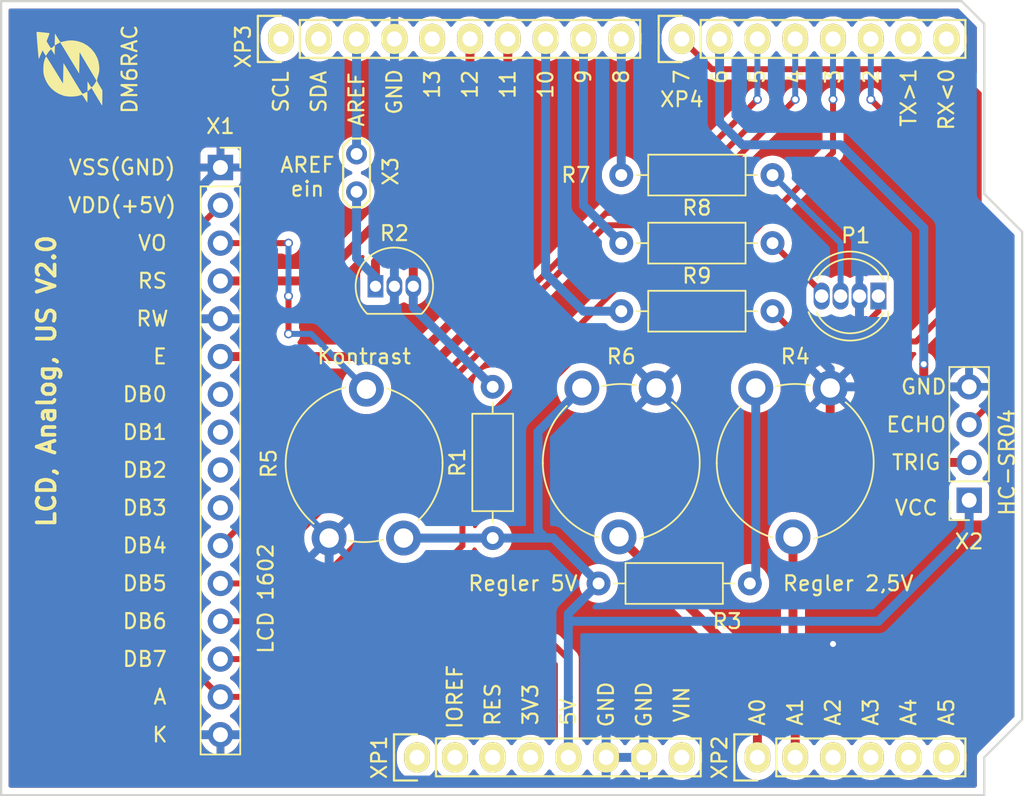
<source format=kicad_pcb>
(kicad_pcb (version 20211014) (generator pcbnew)
  (title_block (date "lun. 30 mars 2015"))
  (layers (0 "F.Cu" signal) (31 "B.Cu" signal) (34 "B.Paste" user) (35 "F.Paste" user) (36 "B.SilkS" user "B.Silkscreen") (37 "F.SilkS" user "F.Silkscreen") (38 "B.Mask" user) (39 "F.Mask" user) (44 "Edge.Cuts" user))
  (net 0 "")
  (net 1 "/IOREF")
  (net 2 "/Reset")
  (net 3 "+5V")
  (net 4 "GND")
  (net 5 "/Vin")
  (net 6 "/A0")
  (net 7 "/A1")
  (net 8 "/A2")
  (net 9 "/A3")
  (net 10 "/AREF")
  (net 12 "/A4")
  (net 13 "/A5")
  (net 14 "/SCL")
  (net 15 "/SDA")
  (net 16 "/D13")
  (net 17 "/D12")
  (net 18 "/D11")
  (net 19 "/D10")
  (net 20 "/D9")
  (net 21 "/D8")
  (net 22 "/D7")
  (net 23 "/D6")
  (net 24 "/D5")
  (net 25 "/D4")
  (net 26 "/D3")
  (net 27 "/D2")
  (net 28 "/D1")
  (net 29 "/D0")
  (net 30 "+3V3")
  (net 31 "Net-(R3-Pad2)")
  (net 36 "Net-(P1-Pad1)")
  (net 37 "Net-(P1-Pad3)")
  (net 38 "Net-(P1-Pad4)")
  (net 39 "Net-(R5-Pad2)")
  (net 40 "Net-(R1-Pad2)")
  (footprint "Socket_Arduino_Uno:Socket_Strip_Arduino_1x08" (layer "F.Cu") (at 138.938 123.825)
    (fp_text reference "XP1" (at -2.54 0 90) (layer "F.SilkS"))
    (fp_text value "Power")
    (fp_line (start 19.05 1.27) (end 19.05 -1.27) (layer "F.SilkS") (width 0.15))
    (fp_line (start 1.27 1.27) (end 19.05 1.27) (layer "F.SilkS") (width 0.15))
    (fp_line (start 19.05 -1.27) (end 1.27 -1.27) (layer "F.SilkS") (width 0.15))
    (fp_line (start 0 -1.55) (end -1.55 -1.55) (layer "F.SilkS") (width 0.15))
    (fp_line (start -1.55 -1.55) (end -1.55 1.55) (layer "F.SilkS") (width 0.15))
    (fp_line (start -1.55 1.55) (end 0 1.55) (layer "F.SilkS") (width 0.15))
    (fp_line (start 1.27 1.27) (end 1.27 -1.27) (layer "F.SilkS") (width 0.15))
    (pad "1" thru_hole oval locked (at 0 0) (size 1.7272 2.032) (drill 1.016) (layers *.Cu *.Mask "F.SilkS"))
    (pad "2" thru_hole oval locked (at 2.54 0) (size 1.7272 2.032) (drill 1.016) (layers *.Cu *.Mask "F.SilkS") (net 1 "/IOREF"))
    (pad "3" thru_hole oval locked (at 5.08 0) (size 1.7272 2.032) (drill 1.016) (layers *.Cu *.Mask "F.SilkS") (net 2 "/Reset"))
    (pad "4" thru_hole oval locked (at 7.62 0) (size 1.7272 2.032) (drill 1.016) (layers *.Cu *.Mask "F.SilkS") (net 30 "+3V3"))
    (pad "5" thru_hole oval locked (at 10.16 0) (size 1.7272 2.032) (drill 1.016) (layers *.Cu *.Mask "F.SilkS") (net 3 "+5V"))
    (pad "6" thru_hole oval locked (at 12.7 0) (size 1.7272 2.032) (drill 1.016) (layers *.Cu *.Mask "F.SilkS") (net 4 "GND"))
    (pad "7" thru_hole oval locked (at 15.24 0) (size 1.7272 2.032) (drill 1.016) (layers *.Cu *.Mask "F.SilkS") (net 4 "GND"))
    (pad "8" thru_hole oval locked (at 17.78 0) (size 1.7272 2.032) (drill 1.016) (layers *.Cu *.Mask "F.SilkS") (net 5 "/Vin"))
  )
  (footprint "Socket_Arduino_Uno:Socket_Strip_Arduino_1x06" (layer "F.Cu") (at 161.798 123.825)
    (fp_text reference "XP2" (at -2.54 0 90) (layer "F.SilkS"))
    (fp_text value "Analog")
    (fp_line (start 1.27 1.27) (end 1.27 -1.27) (layer "F.SilkS") (width 0.15))
    (fp_line (start 0 -1.55) (end -1.55 -1.55) (layer "F.SilkS") (width 0.15))
    (fp_line (start 13.97 -1.27) (end 1.27 -1.27) (layer "F.SilkS") (width 0.15))
    (fp_line (start 1.27 1.27) (end 13.97 1.27) (layer "F.SilkS") (width 0.15))
    (fp_line (start 13.97 1.27) (end 13.97 -1.27) (layer "F.SilkS") (width 0.15))
    (fp_line (start -1.55 -1.55) (end -1.55 1.55) (layer "F.SilkS") (width 0.15))
    (fp_line (start -1.55 1.55) (end 0 1.55) (layer "F.SilkS") (width 0.15))
    (pad "1" thru_hole oval locked (at 0 0) (size 1.7272 2.032) (drill 1.016) (layers *.Cu *.Mask "F.SilkS") (net 6 "/A0"))
    (pad "2" thru_hole oval locked (at 2.54 0) (size 1.7272 2.032) (drill 1.016) (layers *.Cu *.Mask "F.SilkS") (net 7 "/A1"))
    (pad "3" thru_hole oval locked (at 5.08 0) (size 1.7272 2.032) (drill 1.016) (layers *.Cu *.Mask "F.SilkS") (net 8 "/A2"))
    (pad "4" thru_hole oval locked (at 7.62 0) (size 1.7272 2.032) (drill 1.016) (layers *.Cu *.Mask "F.SilkS") (net 9 "/A3"))
    (pad "5" thru_hole oval locked (at 10.16 0) (size 1.7272 2.032) (drill 1.016) (layers *.Cu *.Mask "F.SilkS") (net 12 "/A4"))
    (pad "6" thru_hole oval locked (at 12.7 0) (size 1.7272 2.032) (drill 1.016) (layers *.Cu *.Mask "F.SilkS") (net 13 "/A5"))
  )
  (footprint "Socket_Arduino_Uno:Socket_Strip_Arduino_1x10" (layer "F.Cu") (at 129.794 75.565)
    (fp_text reference "XP3" (at -2.54 0.508 90) (layer "F.SilkS"))
    (fp_text value "Digital")
    (fp_line (start -1.55 -1.55) (end -1.55 1.55) (layer "F.SilkS") (width 0.15))
    (fp_line (start 1.27 1.27) (end 24.13 1.27) (layer "F.SilkS") (width 0.15))
    (fp_line (start 24.13 1.27) (end 24.13 -1.27) (layer "F.SilkS") (width 0.15))
    (fp_line (start 24.13 -1.27) (end 1.27 -1.27) (layer "F.SilkS") (width 0.15))
    (fp_line (start 0 -1.55) (end -1.55 -1.55) (layer "F.SilkS") (width 0.15))
    (fp_line (start -1.55 1.55) (end 0 1.55) (layer "F.SilkS") (width 0.15))
    (fp_line (start 1.27 1.27) (end 1.27 -1.27) (layer "F.SilkS") (width 0.15))
    (pad "1" thru_hole oval locked (at 0 0) (size 1.7272 2.032) (drill 1.016) (layers *.Cu *.Mask "F.SilkS") (net 14 "/SCL"))
    (pad "2" thru_hole oval locked (at 2.54 0) (size 1.7272 2.032) (drill 1.016) (layers *.Cu *.Mask "F.SilkS") (net 15 "/SDA"))
    (pad "3" thru_hole oval locked (at 5.08 0) (size 1.7272 2.032) (drill 1.016) (layers *.Cu *.Mask "F.SilkS") (net 10 "/AREF"))
    (pad "4" thru_hole oval locked (at 7.62 0) (size 1.7272 2.032) (drill 1.016) (layers *.Cu *.Mask "F.SilkS") (net 4 "GND"))
    (pad "5" thru_hole oval locked (at 10.16 0) (size 1.7272 2.032) (drill 1.016) (layers *.Cu *.Mask "F.SilkS") (net 16 "/D13"))
    (pad "6" thru_hole oval locked (at 12.7 0) (size 1.7272 2.032) (drill 1.016) (layers *.Cu *.Mask "F.SilkS") (net 17 "/D12"))
    (pad "7" thru_hole oval locked (at 15.24 0) (size 1.7272 2.032) (drill 1.016) (layers *.Cu *.Mask "F.SilkS") (net 18 "/D11"))
    (pad "8" thru_hole oval locked (at 17.78 0) (size 1.7272 2.032) (drill 1.016) (layers *.Cu *.Mask "F.SilkS") (net 19 "/D10"))
    (pad "9" thru_hole oval locked (at 20.32 0) (size 1.7272 2.032) (drill 1.016) (layers *.Cu *.Mask "F.SilkS") (net 20 "/D9"))
    (pad "10" thru_hole oval locked (at 22.86 0) (size 1.7272 2.032) (drill 1.016) (layers *.Cu *.Mask "F.SilkS") (net 21 "/D8"))
  )
  (footprint "Socket_Arduino_Uno:Socket_Strip_Arduino_1x08" (layer "F.Cu") (at 156.718 75.565)
    (fp_text reference "XP4" (at 0 4.064 180) (layer "F.SilkS"))
    (fp_text value "Digital" hide)
    (fp_line (start 19.05 -1.27) (end 1.27 -1.27) (layer "F.SilkS") (width 0.15))
    (fp_line (start -1.55 1.55) (end 0 1.55) (layer "F.SilkS") (width 0.15))
    (fp_line (start 1.27 1.27) (end 19.05 1.27) (layer "F.SilkS") (width 0.15))
    (fp_line (start 1.27 1.27) (end 1.27 -1.27) (layer "F.SilkS") (width 0.15))
    (fp_line (start 0 -1.55) (end -1.55 -1.55) (layer "F.SilkS") (width 0.15))
    (fp_line (start 19.05 1.27) (end 19.05 -1.27) (layer "F.SilkS") (width 0.15))
    (fp_line (start -1.55 -1.55) (end -1.55 1.55) (layer "F.SilkS") (width 0.15))
    (pad "1" thru_hole oval locked (at 0 0) (size 1.7272 2.032) (drill 1.016) (layers *.Cu *.Mask "F.SilkS") (net 22 "/D7"))
    (pad "2" thru_hole oval locked (at 2.54 0) (size 1.7272 2.032) (drill 1.016) (layers *.Cu *.Mask "F.SilkS") (net 23 "/D6"))
    (pad "3" thru_hole oval locked (at 5.08 0) (size 1.7272 2.032) (drill 1.016) (layers *.Cu *.Mask "F.SilkS") (net 24 "/D5"))
    (pad "4" thru_hole oval locked (at 7.62 0) (size 1.7272 2.032) (drill 1.016) (layers *.Cu *.Mask "F.SilkS") (net 25 "/D4"))
    (pad "5" thru_hole oval locked (at 10.16 0) (size 1.7272 2.032) (drill 1.016) (layers *.Cu *.Mask "F.SilkS") (net 26 "/D3"))
    (pad "6" thru_hole oval locked (at 12.7 0) (size 1.7272 2.032) (drill 1.016) (layers *.Cu *.Mask "F.SilkS") (net 27 "/D2"))
    (pad "7" thru_hole oval locked (at 15.24 0) (size 1.7272 2.032) (drill 1.016) (layers *.Cu *.Mask "F.SilkS") (net 28 "/D1"))
    (pad "8" thru_hole oval locked (at 17.78 0) (size 1.7272 2.032) (drill 1.016) (layers *.Cu *.Mask "F.SilkS") (net 29 "/D0"))
  )
  (footprint "Potentiometer_THT:Potentiometer_Piher_PT-10-V10_Vertical" (layer "F.Cu") (at 138.032 109.093 90)
    (fp_text reference "R5" (at 5 -9.05 90) (layer "F.SilkS"))
    (fp_text value "10k")
    (fp_arc (start 10.039726 -1.109201) (mid 8.134716 1.586326) (end 5 2.62) (layer "F.SilkS") (width 0.12))
    (fp_arc (start 0.963379 -6.038474) (mid 6.186565 -7.784991) (end 10.114 -3.924) (layer "F.SilkS") (width 0.12))
    (fp_arc (start -0.11439 -1.375119) (mid -0.269093 -2.512295) (end -0.174 -3.656) (layer "F.SilkS") (width 0.12))
    (fp_arc (start 5.09203 2.619358) (mid 2.983245 2.219015) (end 1.209 1.011) (layer "F.SilkS") (width 0.12))
    (pad "1" thru_hole circle (at 0 0 90) (size 2.34 2.34) (drill 1.3) (layers *.Cu *.Mask) (net 3 "+5V"))
    (pad "2" thru_hole circle (at 10 -2.5 90) (size 2.34 2.34) (drill 1.3) (layers *.Cu *.Mask) (net 39 "Net-(R5-Pad2)"))
    (pad "3" thru_hole circle (at 0 -5 90) (size 2.34 2.34) (drill 1.3) (layers *.Cu *.Mask) (net 4 "GND"))
  )
  (footprint "Resistor_THT:R_Axial_DIN0207_L6.3mm_D2.5mm_P10.16mm_Horizontal" (layer "F.Cu") (at 152.654 84.709)
    (fp_text reference "R7" (at -3.048 0) (layer "F.SilkS"))
    (fp_text value "560")
    (fp_line (start 1.81 -1.37) (end 1.81 1.37) (layer "F.SilkS") (width 0.12))
    (fp_line (start 1.81 1.37) (end 8.35 1.37) (layer "F.SilkS") (width 0.12))
    (fp_line (start 9.12 0) (end 8.35 0) (layer "F.SilkS") (width 0.12))
    (fp_line (start 1.04 0) (end 1.81 0) (layer "F.SilkS") (width 0.12))
    (fp_line (start 8.35 -1.37) (end 1.81 -1.37) (layer "F.SilkS") (width 0.12))
    (fp_line (start 8.35 1.37) (end 8.35 -1.37) (layer "F.SilkS") (width 0.12))
    (pad "1" thru_hole circle (at 0 0) (size 1.6 1.6) (drill 0.8) (layers *.Cu *.Mask) (net 21 "/D8"))
    (pad "2" thru_hole oval (at 10.16 0) (size 1.6 1.6) (drill 0.8) (layers *.Cu *.Mask) (net 37 "Net-(P1-Pad3)"))
  )
  (footprint "Potentiometer_THT:Potentiometer_Piher_PT-10-V10_Vertical" (layer "F.Cu") (at 161.688 99.013 -90)
    (fp_text reference "R4" (at -2.112 -2.65 180) (layer "F.SilkS"))
    (fp_text value "100k")
    (fp_arc (start 0.963379 -6.038474) (mid 6.186565 -7.784991) (end 10.114 -3.924) (layer "F.SilkS") (width 0.12))
    (fp_arc (start -0.11439 -1.375119) (mid -0.269093 -2.512295) (end -0.174 -3.656) (layer "F.SilkS") (width 0.12))
    (fp_arc (start 10.039726 -1.109201) (mid 8.134716 1.586326) (end 5 2.62) (layer "F.SilkS") (width 0.12))
    (fp_arc (start 5.09203 2.619358) (mid 2.983245 2.219015) (end 1.209 1.011) (layer "F.SilkS") (width 0.12))
    (pad "1" thru_hole circle (at 0 0 270) (size 2.34 2.34) (drill 1.3) (layers *.Cu *.Mask) (net 31 "Net-(R3-Pad2)"))
    (pad "2" thru_hole circle (at 10 -2.5 270) (size 2.34 2.34) (drill 1.3) (layers *.Cu *.Mask) (net 7 "/A1"))
    (pad "3" thru_hole circle (at 0 -5 270) (size 2.34 2.34) (drill 1.3) (layers *.Cu *.Mask) (net 4 "GND"))
  )
  (footprint "TestPoint:TestPoint_2Pads_Pitch2.54mm_Drill0.8mm" (layer "F.Cu") (at 134.874 85.832 90)
    (fp_text reference "X3" (at 1.377 2.286 90) (layer "F.SilkS"))
    (fp_text value "Jumper_2_Open")
    (fp_line (start 3.07 -0.9) (end 3.57 -0.4) (layer "F.SilkS") (width 0.15))
    (fp_line (start -0.53 -0.9) (end 3.07 -0.9) (layer "F.SilkS") (width 0.15))
    (fp_line (start 3.07 0.9) (end -0.53 0.9) (layer "F.SilkS") (width 0.15))
    (fp_line (start 3.57 -0.4) (end 3.57 0.4) (layer "F.SilkS") (width 0.15))
    (fp_line (start -1.03 0.4) (end -1.03 -0.4) (layer "F.SilkS") (width 0.15))
    (fp_line (start -1.03 -0.4) (end -0.53 -0.9) (layer "F.SilkS") (width 0.15))
    (fp_line (start -0.53 0.9) (end -1.03 0.4) (layer "F.SilkS") (width 0.15))
    (fp_line (start 3.57 0.4) (end 3.07 0.9) (layer "F.SilkS") (width 0.15))
    (pad "1" thru_hole circle (at 0 0 90) (size 1.4 1.4) (drill 0.8) (layers *.Cu *.Mask) (net 40 "Net-(R1-Pad2)"))
    (pad "2" thru_hole circle (at 2.54 0 90) (size 1.4 1.4) (drill 0.8) (layers *.Cu *.Mask) (net 10 "/AREF"))
  )
  (footprint "Connector_PinSocket_2.54mm:PinSocket_1x16_P2.54mm_Vertical" (layer "F.Cu") (at 125.73 84.201)
    (fp_text reference "X1" (at 0 -2.77) (layer "F.SilkS"))
    (fp_text value "LCD 1602")
    (fp_line (start 0 -1.33) (end 1.33 -1.33) (layer "F.SilkS") (width 0.12))
    (fp_line (start -1.33 1.27) (end 1.33 1.27) (layer "F.SilkS") (width 0.12))
    (fp_line (start 1.33 -1.33) (end 1.33 0) (layer "F.SilkS") (width 0.12))
    (fp_line (start -1.33 1.27) (end -1.33 39.43) (layer "F.SilkS") (width 0.12))
    (fp_line (start 1.33 1.27) (end 1.33 39.43) (layer "F.SilkS") (width 0.12))
    (fp_line (start -1.33 39.43) (end 1.33 39.43) (layer "F.SilkS") (width 0.12))
    (pad "1" thru_hole rect (at 0 0) (size 1.7 1.7) (drill 1) (layers *.Cu *.Mask) (net 4 "GND"))
    (pad "2" thru_hole oval (at 0 2.54) (size 1.7 1.7) (drill 1) (layers *.Cu *.Mask) (net 3 "+5V"))
    (pad "3" thru_hole oval (at 0 5.08) (size 1.7 1.7) (drill 1) (layers *.Cu *.Mask) (net 39 "Net-(R5-Pad2)"))
    (pad "4" thru_hole oval (at 0 7.62) (size 1.7 1.7) (drill 1) (layers *.Cu *.Mask) (net 17 "/D12"))
    (pad "5" thru_hole oval (at 0 10.16) (size 1.7 1.7) (drill 1) (layers *.Cu *.Mask) (net 4 "GND"))
    (pad "6" thru_hole oval (at 0 12.7) (size 1.7 1.7) (drill 1) (layers *.Cu *.Mask) (net 18 "/D11"))
    (pad "7" thru_hole oval (at 0 15.24) (size 1.7 1.7) (drill 1) (layers *.Cu *.Mask))
    (pad "8" thru_hole oval (at 0 17.78) (size 1.7 1.7) (drill 1) (layers *.Cu *.Mask))
    (pad "9" thru_hole oval (at 0 20.32) (size 1.7 1.7) (drill 1) (layers *.Cu *.Mask))
    (pad "10" thru_hole oval (at 0 22.86) (size 1.7 1.7) (drill 1) (layers *.Cu *.Mask))
    (pad "11" thru_hole oval (at 0 25.4) (size 1.7 1.7) (drill 1) (layers *.Cu *.Mask) (net 24 "/D5"))
    (pad "12" thru_hole oval (at 0 27.94) (size 1.7 1.7) (drill 1) (layers *.Cu *.Mask) (net 25 "/D4"))
    (pad "13" thru_hole oval (at 0 30.48) (size 1.7 1.7) (drill 1) (layers *.Cu *.Mask) (net 26 "/D3"))
    (pad "14" thru_hole oval (at 0 33.02) (size 1.7 1.7) (drill 1) (layers *.Cu *.Mask) (net 27 "/D2"))
    (pad "15" thru_hole oval (at 0 35.56) (size 1.7 1.7) (drill 1) (layers *.Cu *.Mask) (net 3 "+5V"))
    (pad "16" thru_hole oval (at 0 38.1) (size 1.7 1.7) (drill 1) (layers *.Cu *.Mask) (net 4 "GND"))
  )
  (footprint "Connector_PinSocket_2.54mm:PinSocket_1x04_P2.54mm_Vertical" (layer "F.Cu") (at 176.022 106.553 180)
    (fp_text reference "X2" (at 0 -2.77 180) (layer "F.SilkS"))
    (fp_text value "HC-RS04")
    (fp_line (start -1.33 1.27) (end 1.33 1.27) (layer "F.SilkS") (width 0.12))
    (fp_line (start 1.33 -1.33) (end 1.33 0) (layer "F.SilkS") (width 0.12))
    (fp_line (start -1.33 8.95) (end 1.33 8.95) (layer "F.SilkS") (width 0.12))
    (fp_line (start 1.33 1.27) (end 1.33 8.95) (layer "F.SilkS") (width 0.12))
    (fp_line (start -1.33 1.27) (end -1.33 8.95) (layer "F.SilkS") (width 0.12))
    (fp_line (start 0 -1.33) (end 1.33 -1.33) (layer "F.SilkS") (width 0.12))
    (pad "1" thru_hole rect (at 0 0 180) (size 1.7 1.7) (drill 1) (layers *.Cu *.Mask) (net 3 "+5V"))
    (pad "2" thru_hole oval (at 0 2.54 180) (size 1.7 1.7) (drill 1) (layers *.Cu *.Mask) (net 23 "/D6"))
    (pad "3" thru_hole oval (at 0 5.08 180) (size 1.7 1.7) (drill 1) (layers *.Cu *.Mask) (net 22 "/D7"))
    (pad "4" thru_hole oval (at 0 7.62 180) (size 1.7 1.7) (drill 1) (layers *.Cu *.Mask) (net 4 "GND"))
  )
  (footprint "Resistor_THT:R_Axial_DIN0207_L6.3mm_D2.5mm_P10.16mm_Horizontal" (layer "F.Cu") (at 144.018 109.093 90)
    (fp_text reference "R1" (at 5.08 -2.37 90) (layer "F.SilkS"))
    (fp_text value "330")
    (fp_line (start 9.12 0) (end 8.35 0) (layer "F.SilkS") (width 0.12))
    (fp_line (start 1.04 0) (end 1.81 0) (layer "F.SilkS") (width 0.12))
    (fp_line (start 8.35 -1.37) (end 1.81 -1.37) (layer "F.SilkS") (width 0.12))
    (fp_line (start 1.81 1.37) (end 8.35 1.37) (layer "F.SilkS") (width 0.12))
    (fp_line (start 1.81 -1.37) (end 1.81 1.37) (layer "F.SilkS") (width 0.12))
    (fp_line (start 8.35 1.37) (end 8.35 -1.37) (layer "F.SilkS") (width 0.12))
    (pad "1" thru_hole circle (at 0 0 90) (size 1.6 1.6) (drill 0.8) (layers *.Cu *.Mask) (net 3 "+5V"))
    (pad "2" thru_hole oval (at 10.16 0 90) (size 1.6 1.6) (drill 0.8) (layers *.Cu *.Mask) (net 40 "Net-(R1-Pad2)"))
  )
  (footprint "logo:Signet_EP" (layer "F.Cu") (at 115.57 77.597 90)
    (fp_text reference "G***" hide)
    (fp_text value "LOGO" hide)
    (fp_poly (pts (xy 2.504662 -2.190577) (xy 2.506289 -2.159316) (xy 2.50215 -2.083485) (xy 2.493497 -1.975222) (xy 2.481583 -1.846666) (xy 2.467662 -1.709956) (xy 2.452985 -1.577232) (xy 2.438806 -1.460632) (xy 2.426378 -1.372296) (xy 2.416954 -1.324363) (xy 2.414757 -1.319519) (xy 2.384316 -1.323942) (xy 2.313645 -1.346945) (xy 2.214922 -1.384334) (xy 2.150596 -1.410544) (xy 2.040385 -1.455726) (xy 1.950633 -1.490997) (xy 1.893907 -1.511495) (xy 1.881279 -1.514709) (xy 1.849528 -1.500312) (xy 1.783545 -1.463174) (xy 1.69701 -1.411692) (xy 1.603604 -1.354264) (xy 1.517007 -1.299288) (xy 1.450901 -1.25516) (xy 1.420368 -1.231798) (xy 1.422995 -1.196907) (xy 1.462082 -1.134762) (xy 1.499957 -1.089524) (xy 1.605261 -0.972966) (xy 2.002064 -0.965055) (xy 2.398867 -0.957143) (xy 2.135148 -0.793359) (xy 2.023988 -0.724196) (xy 1.92901 -0.664866) (xy 1.861898 -0.622681) (xy 1.836529 -0.606462) (xy 1.82099 -0.579868) (xy 1.82444 -0.525388) (xy 1.848018 -0.43199) (xy 1.857937 -0.398818) (xy 1.922923 -0.089608) (xy 1.93305 0.226242) (xy 1.888923 0.541616) (xy 1.791145 0.849397) (xy 1.742845 0.957142) (xy 1.575089 1.24161) (xy 1.367209 1.485441) (xy 1.11842 1.689447) (xy 0.914286 1.811726) (xy 0.708488 1.906568) (xy 0.508132 1.969193) (xy 0.289971 2.005811) (xy 0.142857 2.017766) (xy -0.000645 2.023224) (xy -0.115681 2.01875) (xy -0.227711 2.001571) (xy -0.362195 1.968915) (xy -0.4 1.958642) (xy -0.523112 1.924833) (xy -0.630488 1.895425) (xy -0.706746 1.874626) (xy -0.730086 1.868319) (xy -0.782498 1.874887) (xy -0.873942 1.913376) (xy -1.006861 1.984918) (xy -1.101515 2.040559) (xy -1.414286 2.228484) (xy -1.940476 2.228528) (xy -2.105108 2.227536) (xy -2.246552 2.224752) (xy -2.356335 2.220504) (xy -2.425984 2.215121) (xy -2.447026 2.208931) (xy -2.446982 2.208886) (xy -2.417787 2.189346) (xy -2.346419 2.145083) (xy -2.239939 2.080372) (xy -2.105413 1.999488) (xy -1.949903 1.906708) (xy -1.841597 1.84245) (xy -1.255896 1.495698) (xy -1.316746 1.440706) (xy -1.378496 1.376124) (xy -1.433601 1.307142) (xy -1.489606 1.228571) (xy -1.151946 1.228842) (xy -0.814286 1.229114) (xy -1 1.345946) (xy -1.092254 1.404942) (xy -1.166098 1.453934) (xy -1.207599 1.483642) (xy -1.210374 1.486048) (xy -1.207189 1.517848) (xy -1.164502 1.570148) (xy -1.091963 1.634308) (xy -0.999222 1.701687) (xy -0.907069 1.757605) (xy -0.77128 1.832218) (xy 1.12783 0.7) (xy -0.3 0.671428) (xy 0.750873 0.03263) (xy 1.801746 -0.606169) (xy 1.604738 -0.957143) (xy 1.281306 -0.965285) (xy 0.957873 -0.973427) (xy 1.150789 -1.094984) (xy 1.343704 -1.216541) (xy 1.250423 -1.305454) (xy 1.169493 -1.374015) (xy 1.069247 -1.44777) (xy 1.019835 -1.480361) (xy 0.882528 -1.566355) (xy 1.06992 -1.678582) (xy 1.257311 -1.790809) (xy 0.970386 -1.913325) (xy 0.855836 -1.963556) (xy 0.765078 -2.005884) (xy 0.708291 -2.035391) (xy 0.694323 -2.046705) (xy 0.725011 -2.052262) (xy 0.804202 -2.061181) (xy 0.923556 -2.072798) (xy 1.074734 -2.086451) (xy 1.249396 -2.101477) (xy 1.439202 -2.117213) (xy 1.635812 -2.132996) (xy 1.830887 -2.148164) (xy 2.016086 -2.162053) (xy 2.183069 -2.174002) (xy 2.323497 -2.183346) (xy 2.42903 -2.189425) (xy 2.491328 -2.191573)) (layer "F.SilkS") (width 0) (fill solid))
    (fp_poly (pts (xy 0.114286 -1.735415) (xy 0.282657 -1.725128) (xy 0.413286 -1.7092) (xy 0.525525 -1.684288) (xy 0.638729 -1.647045) (xy 0.65 -1.642833) (xy 0.747828 -1.603808) (xy 0.820667 -1.570603) (xy 0.855557 -1.549242) (xy 0.856853 -1.54669) (xy 0.833265 -1.528197) (xy 0.766207 -1.483403) (xy 0.661034 -1.415694) (xy 0.523104 -1.328457) (xy 0.357772 -1.225076) (xy 0.170395 -1.108937) (xy -0.03367 -0.983427) (xy -0.053256 -0.971429) (xy -0.963075 -0.414286) (xy -0.274395 -0.4) (xy 0.414286 -0.385715) (xy 0.271726 -0.294339) (xy 0.214186 -0.258404) (xy 0.114316 -0.197084) (xy -0.02123 -0.114418) (xy -0.185802 -0.01445) (xy -0.372745 0.09878) (xy -0.575407 0.221228) (xy -0.762854 0.334233) (xy -0.966704 0.457741) (xy -1.154239 0.572801) (xy -1.319996 0.67595) (xy -1.458515 0.763727) (xy -1.564331 0.83267) (xy -1.631983 0.879318) (xy -1.656008 0.90021) (xy -1.656009 0.900227) (xy -1.644092 0.940074) (xy -1.612323 1.010967) (xy -1.585714 1.063204) (xy -1.545673 1.14112) (xy -1.519755 1.196736) (xy -1.514286 1.212976) (xy -1.541105 1.218696) (xy -1.614555 1.223405) (xy -1.72413 1.226684) (xy -1.859322 1.228111) (xy -1.892857 1.228133) (xy -2.056436 1.226371) (xy -2.165574 1.221374) (xy -2.222896 1.212913) (xy -2.231027 1.200761) (xy -2.228572 1.198874) (xy -2.186447 1.171989) (xy -2.108654 1.123551) (xy -2.008336 1.061717) (xy -1.948116 1.024827) (xy -1.823953 0.94432) (xy -1.75025 0.885138) (xy -1.725117 0.845696) (xy -1.726143 0.838882) (xy -1.794304 0.604733) (xy -1.833747 0.343643) (xy -1.843712 0.07451) (xy -1.823437 -0.183771) (xy -1.776055 -0.4) (xy -1.655954 -0.698344) (xy -1.491209 -0.970006) (xy -1.287332 -1.208376) (xy -1.049836 -1.406845) (xy -0.826095 -1.539015) (xy -0.618882 -1.632352) (xy -0.434869 -1.693891) (xy -0.253034 -1.728023) (xy -0.052353 -1.739139)) (layer "F.SilkS") (width 0) (fill solid))
  )
  (footprint "Package_TO_SOT_THT:TO-92_Inline" (layer "F.Cu") (at 136.144 92.181)
    (fp_text reference "R2" (at 1.27 -3.56) (layer "F.SilkS"))
    (fp_text value "TL431LP")
    (fp_line (start -0.53 1.85) (end 3.07 1.85) (layer "F.SilkS") (width 0.12))
    (fp_arc (start 1.27 -2.6) (mid 3.672087 -0.994977) (end 3.108478 1.838478) (layer "F.SilkS") (width 0.12))
    (fp_arc (start -0.568478 1.838478) (mid -1.132087 -0.994977) (end 1.27 -2.6) (layer "F.SilkS") (width 0.12))
    (pad "1" thru_hole rect (at 0 0) (size 1.05 1.5) (drill 0.75) (layers *.Cu *.Mask) (net 40 "Net-(R1-Pad2)"))
    (pad "2" thru_hole oval (at 1.27 0) (size 1.05 1.5) (drill 0.75) (layers *.Cu *.Mask) (net 4 "GND"))
    (pad "3" thru_hole oval (at 2.54 0) (size 1.05 1.5) (drill 0.75) (layers *.Cu *.Mask) (net 40 "Net-(R1-Pad2)"))
  )
  (footprint "Resistor_THT:R_Axial_DIN0207_L6.3mm_D2.5mm_P10.16mm_Horizontal" (layer "F.Cu") (at 152.654 89.281)
    (fp_text reference "R8" (at 5.08 -2.37) (layer "F.SilkS"))
    (fp_text value "560")
    (fp_line (start 1.81 1.37) (end 8.35 1.37) (layer "F.SilkS") (width 0.12))
    (fp_line (start 9.12 0) (end 8.35 0) (layer "F.SilkS") (width 0.12))
    (fp_line (start 8.35 1.37) (end 8.35 -1.37) (layer "F.SilkS") (width 0.12))
    (fp_line (start 1.04 0) (end 1.81 0) (layer "F.SilkS") (width 0.12))
    (fp_line (start 1.81 -1.37) (end 1.81 1.37) (layer "F.SilkS") (width 0.12))
    (fp_line (start 8.35 -1.37) (end 1.81 -1.37) (layer "F.SilkS") (width 0.12))
    (pad "1" thru_hole circle (at 0 0) (size 1.6 1.6) (drill 0.8) (layers *.Cu *.Mask) (net 20 "/D9"))
    (pad "2" thru_hole oval (at 10.16 0) (size 1.6 1.6) (drill 0.8) (layers *.Cu *.Mask) (net 38 "Net-(P1-Pad4)"))
  )
  (footprint "Resistor_THT:R_Axial_DIN0207_L6.3mm_D2.5mm_P10.16mm_Horizontal" (layer "F.Cu") (at 152.654 93.853)
    (fp_text reference "R9" (at 5.08 -2.37) (layer "F.SilkS"))
    (fp_text value "560")
    (fp_line (start 1.81 -1.37) (end 1.81 1.37) (layer "F.SilkS") (width 0.12))
    (fp_line (start 1.04 0) (end 1.81 0) (layer "F.SilkS") (width 0.12))
    (fp_line (start 1.81 1.37) (end 8.35 1.37) (layer "F.SilkS") (width 0.12))
    (fp_line (start 8.35 1.37) (end 8.35 -1.37) (layer "F.SilkS") (width 0.12))
    (fp_line (start 9.12 0) (end 8.35 0) (layer "F.SilkS") (width 0.12))
    (fp_line (start 8.35 -1.37) (end 1.81 -1.37) (layer "F.SilkS") (width 0.12))
    (pad "1" thru_hole circle (at 0 0) (size 1.6 1.6) (drill 0.8) (layers *.Cu *.Mask) (net 19 "/D10"))
    (pad "2" thru_hole oval (at 10.16 0) (size 1.6 1.6) (drill 0.8) (layers *.Cu *.Mask) (net 36 "Net-(P1-Pad1)"))
  )
  (footprint "Resistor_THT:R_Axial_DIN0207_L6.3mm_D2.5mm_P10.16mm_Horizontal" (layer "F.Cu") (at 151.13 112.141)
    (fp_text reference "R3" (at 8.636 2.54) (layer "F.SilkS"))
    (fp_text value "100k")
    (fp_line (start 9.12 0) (end 8.35 0) (layer "F.SilkS") (width 0.12))
    (fp_line (start 1.04 0) (end 1.81 0) (layer "F.SilkS") (width 0.12))
    (fp_line (start 1.81 1.37) (end 8.35 1.37) (layer "F.SilkS") (width 0.12))
    (fp_line (start 1.81 -1.37) (end 1.81 1.37) (layer "F.SilkS") (width 0.12))
    (fp_line (start 8.35 -1.37) (end 1.81 -1.37) (layer "F.SilkS") (width 0.12))
    (fp_line (start 8.35 1.37) (end 8.35 -1.37) (layer "F.SilkS") (width 0.12))
    (pad "1" thru_hole circle (at 0 0) (size 1.6 1.6) (drill 0.8) (layers *.Cu *.Mask) (net 3 "+5V"))
    (pad "2" thru_hole oval (at 10.16 0) (size 1.6 1.6) (drill 0.8) (layers *.Cu *.Mask) (net 31 "Net-(R3-Pad2)"))
  )
  (footprint "LED_THT:LED_D5.0mm-4_RGB" (layer "F.Cu") (at 169.926 92.837 180)
    (fp_text reference "P1" (at 1.524 4.064) (layer "F.SilkS"))
    (fp_text value "LED_BKRG")
    (fp_line (start -0.655 1.08) (end -0.655 1.545) (layer "F.SilkS") (width 0.12))
    (fp_line (start -0.655 -1.545) (end -0.655 -1.08) (layer "F.SilkS") (width 0.12))
    (fp_arc (start -0.655 -1.54483) (mid 2.163456 -2.978809) (end 4.692815 -1.080827) (layer "F.SilkS") (width 0.12))
    (fp_arc (start -0.349684 -1.08) (mid 1.904762 -2.5) (end 4.159479 -1.080429) (layer "F.SilkS") (width 0.12))
    (fp_arc (start 4.692815 1.080827) (mid 2.163456 2.978808) (end -0.655 1.54483) (layer "F.SilkS") (width 0.12))
    (fp_arc (start 4.159479 1.080429) (mid 1.904762 2.5) (end -0.349684 1.08) (layer "F.SilkS") (width 0.12))
    (pad "1" thru_hole rect (at 0 0 180) (size 1.07 1.8) (drill 0.9) (layers *.Cu *.Mask) (net 36 "Net-(P1-Pad1)"))
    (pad "2" thru_hole oval (at 1.27 0 180) (size 1.07 1.8) (drill 0.9) (layers *.Cu *.Mask) (net 4 "GND"))
    (pad "3" thru_hole oval (at 2.54 0 180) (size 1.07 1.8) (drill 0.9) (layers *.Cu *.Mask) (net 37 "Net-(P1-Pad3)"))
    (pad "4" thru_hole oval (at 3.81 0 180) (size 1.07 1.8) (drill 0.9) (layers *.Cu *.Mask) (net 38 "Net-(P1-Pad4)"))
  )
  (footprint "Potentiometer_THT:Potentiometer_Piher_PT-10-V10_Vertical" (layer "F.Cu") (at 150.004 99.013 -90)
    (fp_text reference "R6" (at -2.112 -2.65 180) (layer "F.SilkS"))
    (fp_text value "100k")
    (fp_arc (start 10.039726 -1.109201) (mid 8.134716 1.586326) (end 5 2.62) (layer "F.SilkS") (width 0.12))
    (fp_arc (start 0.963379 -6.038474) (mid 6.186565 -7.784991) (end 10.114 -3.924) (layer "F.SilkS") (width 0.12))
    (fp_arc (start 5.09203 2.619358) (mid 2.983245 2.219015) (end 1.209 1.011) (layer "F.SilkS") (width 0.12))
    (fp_arc (start -0.11439 -1.375119) (mid -0.269093 -2.512295) (end -0.174 -3.656) (layer "F.SilkS") (width 0.12))
    (pad "1" thru_hole circle (at 0 0 270) (size 2.34 2.34) (drill 1.3) (layers *.Cu *.Mask) (net 3 "+5V"))
    (pad "2" thru_hole circle (at 10 -2.5 270) (size 2.34 2.34) (drill 1.3) (layers *.Cu *.Mask) (net 6 "/A0"))
    (pad "3" thru_hole circle (at 0 -5 270) (size 2.34 2.34) (drill 1.3) (layers *.Cu *.Mask) (net 4 "GND"))
  )
  (gr_line (start 179.578 88.519) (end 177.038 85.979) (layer "Edge.Cuts") (width 0.15))
  (gr_line (start 177.038 126.365) (end 177.038 123.825) (layer "Edge.Cuts") (width 0.15))
  (gr_line (start 177.038 74.549) (end 175.514 73.025) (layer "Edge.Cuts") (width 0.15))
  (gr_line (start 177.038 123.825) (end 179.578 121.285) (layer "Edge.Cuts") (width 0.15))
  (gr_line (start 110.998 73.025) (end 110.998 126.365) (layer "Edge.Cuts") (width 0.15))
  (gr_line (start 179.578 121.285) (end 179.578 88.519) (layer "Edge.Cuts") (width 0.15))
  (gr_line (start 110.998 126.365) (end 177.038 126.365) (layer "Edge.Cuts") (width 0.15))
  (gr_line (start 175.514 73.025) (end 110.998 73.025) (layer "Edge.Cuts") (width 0.15))
  (gr_line (start 177.038 85.979) (end 177.038 74.549) (layer "Edge.Cuts") (width 0.15))
  (gr_text "LCD, Analog, US V2.0" (at 114.046 98.552 90) (layer "F.SilkS") (effects (font (size 1.2 1.2) (thickness 0.25))))
  (gr_text "LCD 1602" (at 128.778 113.157 90) (layer "F.SilkS") (effects (font (size 1 1))))
  (gr_text "RES" (at 144.018 120.269 90) (layer "F.SilkS") (effects (font (size 1 1))))
  (gr_text "Regler 5V" (at 146.05 112.141) (layer "F.SilkS") (effects (font (size 1 1))))
  (gr_text "A5" (at 174.498 120.777 90) (layer "F.SilkS") (effects (font (size 1 1))))
  (gr_text "A3" (at 169.418 120.777 90) (layer "F.SilkS") (effects (font (size 1 1))))
  (gr_text "DM6RAC" (at 119.634 77.597 90) (layer "F.SilkS") (effects (font (size 1 1))))
  (gr_text "K" (at 121.666 122.301) (layer "F.SilkS") (effects (font (size 1 1))))
  (gr_text "RX<0" (at 174.498 79.629 90) (layer "F.SilkS") (effects (font (size 1 1))))
  (gr_text "5V" (at 149.098 120.777 90) (layer "F.SilkS") (effects (font (size 1 1))))
  (gr_text "10" (at 147.574 78.613 90) (layer "F.SilkS") (effects (font (size 1 1))))
  (gr_text "A0" (at 161.798 120.777 90) (layer "F.SilkS") (effects (font (size 1 1))))
  (gr_text "GND" (at 151.638 120.269 90) (layer "F.SilkS") (effects (font (size 1 1))))
  (gr_text "AREF" (at 134.874 79.629 90) (layer "F.SilkS") (effects (font (size 1 1))))
  (gr_text "VCC" (at 172.466 107.061) (layer "F.SilkS") (effects (font (size 1 1))))
  (gr_text "A4" (at 171.958 120.777 90) (layer "F.SilkS") (effects (font (size 1 1))))
  (gr_text "6" (at 159.258 78.105 90) (layer "F.SilkS") (effects (font (size 1 1))))
  (gr_text "DB2" (at 120.65 104.521) (layer "F.SilkS") (effects (font (size 1 1))))
  (gr_text "HC-SR04" (at 178.562 104.013 90) (layer "F.SilkS") (effects (font (size 1 1))))
  (gr_text "DB6" (at 120.65 114.681) (layer "F.SilkS") (effects (font (size 1 1))))
  (gr_text "E" (at 121.666 96.901) (layer "F.SilkS") (effects (font (size 1 1))))
  (gr_text "TX>1" (at 171.958 79.502 90) (layer "F.SilkS") (effects (font (size 1 1))))
  (gr_text "SDA" (at 132.334 79.121 90) (layer "F.SilkS") (effects (font (size 1 1))))
  (gr_text "3V3" (at 146.558 120.269 90) (layer "F.SilkS") (effects (font (size 1 1))))
  (gr_text "VIN" (at 156.718 120.269 90) (layer "F.SilkS") (effects (font (size 1 1))))
  (gr_text "VDD(+5V)" (at 119.126 86.741) (layer "F.SilkS") (effects (font (size 1 1))))
  (gr_text "DB5" (at 120.65 112.141) (layer "F.SilkS") (effects (font (size 1 1))))
  (gr_text "A2" (at 166.878 120.777 90) (layer "F.SilkS") (effects (font (size 1 1))))
  (gr_text "DB1" (at 120.65 101.981) (layer "F.SilkS") (effects (font (size 1 1))))
  (gr_text "ECHO" (at 172.466 101.473) (layer "F.SilkS") (effects (font (size 1 1))))
  (gr_text "DB7" (at 120.65 117.221) (layer "F.SilkS") (effects (font (size 1 1))))
  (gr_text "8" (at 152.654 78.105 90) (layer "F.SilkS") (effects (font (size 1 1))))
  (gr_text "9" (at 150.114 78.105 90) (layer "F.SilkS") (effects (font (size 1 1))))
  (gr_text "TRIG" (at 172.466 104.013) (layer "F.SilkS") (effects (font (size 1 1))))
  (gr_text "IOREF" (at 141.478 119.761 90) (layer "F.SilkS") (effects (font (size 1 1))))
  (gr_text "5" (at 161.798 78.105 90) (layer "F.SilkS") (effects (font (size 1 1))))
  (gr_text "RS" (at 121.158 91.821) (layer "F.SilkS") (effects (font (size 1 1))))
  (gr_text "3" (at 166.878 78.105 90) (layer "F.SilkS") (effects (font (size 1 1))))
  (gr_text "DB3" (at 120.65 107.061) (layer "F.SilkS") (effects (font (size 1 1))))
  (gr_text "4" (at 164.338 78.105 90) (layer "F.SilkS") (effects (font (size 1 1))))
  (gr_text "Regler 2,5V" (at 167.894 112.141) (layer "F.SilkS") (effects (font (size 1 1))))
  (gr_text "Kontrast" (at 135.382 96.901) (layer "F.SilkS") (effects (font (size 1 1))))
  (gr_text "11" (at 145.034 78.613 90) (layer "F.SilkS") (effects (font (size 1 1))))
  (gr_text "GND" (at 137.414 79.121 90) (layer "F.SilkS") (effects (font (size 1 1))))
  (gr_text "GND" (at 154.178 120.269 90) (layer "F.SilkS") (effects (font (size 1 1))))
  (gr_text "GND" (at 172.974 98.933) (layer "F.SilkS") (effects (font (size 1 1))))
  (gr_text "VO" (at 121.158 89.281) (layer "F.SilkS") (effects (font (size 1 1))))
  (gr_text "A1" (at 164.338 120.777 90) (layer "F.SilkS") (effects (font (size 1 1))))
  (gr_text "RW" (at 121.158 94.361) (layer "F.SilkS") (effects (font (size 1 1))))
  (gr_text "2" (at 169.418 78.105 90) (layer "F.SilkS") (effects (font (size 1 1))))
  (gr_text "AREF\nein" (at 131.572 84.836) (layer "F.SilkS") (effects (font (size 1 1))))
  (gr_text "A" (at 121.666 119.761) (layer "F.SilkS") (effects (font (size 1 1))))
  (gr_text "13" (at 139.954 78.613 90) (layer "F.SilkS") (effects (font (size 1 1))))
  (gr_text "DB4" (at 120.65 109.601) (layer "F.SilkS") (effects (font (size 1 1))))
  (gr_text "12" (at 142.494 78.613 90) (layer "F.SilkS") (effects (font (size 1 1))))
  (gr_text "SCL" (at 129.794 79.121 90) (layer "F.SilkS") (effects (font (size 1 1))))
  (gr_text "DB0" (at 120.65 99.441) (layer "F.SilkS") (effects (font (size 1 1))))
  (gr_text "7" (at 156.718 78.105 90) (layer "F.SilkS") (effects (font (size 1 1))))
  (gr_text "VSS(GND)" (at 119.126 84.201) (layer "F.SilkS") (effects (font (size 1 1))))
  (segment (start 125.73 119.761) (end 134.874 119.761) (width 0.4) (layer "F.Cu") (net 3))
  (segment (start 125.73 86.741) (end 123.19 89.281) (width 0.4) (layer "F.Cu") (net 3))
  (segment (start 123.19 89.281) (end 123.19 117.221) (width 0.4) (layer "F.Cu") (net 3))
  (segment (start 134.874 119.761) (end 138.43 116.205) (width 0.4) (layer "F.Cu") (net 3))
  (segment (start 149.098 117.221) (end 149.098 123.825) (width 0.4) (layer "F.Cu") (net 3))
  (segment (start 138.43 116.205) (end 148.082 116.205) (width 0.4) (layer "F.Cu") (net 3))
  (segment (start 123.19 117.221) (end 125.73 119.761) (width 0.4) (layer "F.Cu") (net 3))
  (segment (start 148.082 116.205) (end 149.098 117.221) (width 0.4) (layer "F.Cu") (net 3))
  (segment (start 147.574 109.093) (end 148.082 109.093) (width 0.6) (layer "B.Cu") (net 3))
  (segment (start 176.022 106.553) (end 176.022 108.585) (width 0.6) (layer "B.Cu") (net 3))
  (segment (start 169.926 114.681) (end 149.098 114.681) (width 0.6) (layer "B.Cu") (net 3))
  (segment (start 149.098 119.761) (end 149.098 123.825) (width 0.6) (layer "B.Cu") (net 3))
  (segment (start 144.018 109.093) (end 147.574 109.093) (width 0.6) (layer "B.Cu") (net 3))
  (segment (start 150.004 99.013) (end 147.066 101.951) (width 0.6) (layer "B.Cu") (net 3))
  (segment (start 148.082 109.093) (end 151.13 112.141) (width 0.6) (layer "B.Cu") (net 3))
  (segment (start 149.098 114.681) (end 149.098 119.761) (width 0.6) (layer "B.Cu") (net 3))
  (segment (start 147.066 108.585) (end 147.574 109.093) (width 0.6) (layer "B.Cu") (net 3))
  (segment (start 176.022 108.585) (end 169.926 114.681) (width 0.6) (layer "B.Cu") (net 3))
  (segment (start 149.098 114.173) (end 149.098 114.681) (width 0.6) (layer "B.Cu") (net 3))
  (segment (start 138.032 109.093) (end 144.018 109.093) (width 0.6) (layer "B.Cu") (net 3))
  (segment (start 147.066 101.951) (end 147.066 108.585) (width 0.6) (layer "B.Cu") (net 3))
  (segment (start 151.13 112.141) (end 149.098 114.173) (width 0.6) (layer "B.Cu") (net 3))
  (segment (start 166.688 116.015) (end 166.688 99.013) (width 0.6) (layer "F.Cu") (net 4))
  (segment (start 166.878 116.205) (end 166.688 116.015) (width 0.6) (layer "F.Cu") (net 4))
  (via (at 166.878 116.205) (size 0.6) (drill 0.4) (layers "F.Cu" "B.Cu") (net 4))
  (segment (start 165.862 96.901) (end 166.116 97.155) (width 0.6) (layer "B.Cu") (net 4))
  (segment (start 154.178 123.825) (end 151.638 123.825) (width 0.6) (layer "B.Cu") (net 4))
  (segment (start 151.638 123.825) (end 151.638 119.761) (width 0.6) (layer "B.Cu") (net 4))
  (segment (start 154.178 123.825) (end 154.178 119.761) (width 0.6) (layer "B.Cu") (net 4))
  (segment (start 125.73 94.361) (end 123.698 94.361) (width 0.6) (layer "B.Cu") (net 4))
  (segment (start 166.116 97.155) (end 166.688 97.727) (width 0.6) (layer "B.Cu") (net 4))
  (segment (start 131.318 125.349) (end 128.778 122.809) (width 0.6) (layer "B.Cu") (net 4))
  (segment (start 122.682 93.345) (end 122.682 87.249) (width 0.6) (layer "B.Cu") (net 4))
  (segment (start 137.414 92.181) (end 137.414 93.345) (width 0.6) (layer "B.Cu") (net 4))
  (segment (start 168.656 92.837) (end 168.656 94.615) (width 0.6) (layer "B.Cu") (net 4))
  (segment (start 155.004 99.013) (end 157.116 96.901) (width 0.6) (layer "B.Cu") (net 4))
  (segment (start 154.178 119.761) (end 151.638 119.761) (width 0.6) (layer "B.Cu") (net 4))
  (segment (start 128.778 122.301) (end 125.73 122.301) (width 0.6) (layer "B.Cu") (net 4))
  (segment (start 137.414 93.345) (end 136.398 94.361) (width 0.6) (layer "B.Cu") (net 4))
  (segment (start 154.178 119.761) (end 154.178 116.713) (width 0.6) (layer "B.Cu") (net 4))
  (segment (start 154.178 116.713) (end 154.686 116.205) (width 0.6) (layer "B.Cu") (net 4))
  (segment (start 176.022 98.933) (end 166.768 98.933) (width 0.6) (layer "B.Cu") (net 4))
  (segment (start 133.032 109.093) (end 133.032 118.047) (width 0.6) (layer "B.Cu") (net 4))
  (segment (start 137.414 79.629) (end 137.414 92.181) (width 0.6) (layer "B.Cu") (net 4))
  (segment (start 168.656 94.615) (end 166.116 97.155) (width 0.6) (layer "B.Cu") (net 4))
  (segment (start 122.682 87.249) (end 125.73 84.201) (width 0.6) (layer "B.Cu") (net 4))
  (segment (start 137.414 75.565) (end 137.414 79.629) (width 0.6) (layer "B.Cu") (net 4))
  (segment (start 124.206 122.301) (end 122.682 120.777) (width 0.6) (layer "B.Cu") (net 4))
  (segment (start 151.638 125.349) (end 131.318 125.349) (width 0.6) (layer "B.Cu") (net 4))
  (segment (start 133.032 118.047) (end 128.778 122.301) (width 0.6) (layer "B.Cu") (net 4))
  (segment (start 151.638 123.825) (end 151.638 125.349) (width 0.6) (layer "B.Cu") (net 4))
  (segment (start 154.686 116.205) (end 166.878 116.205) (width 0.6) (layer "B.Cu") (net 4))
  (segment (start 166.688 97.727) (end 166.688 99.013) (width 0.6) (layer "B.Cu") (net 4))
  (segment (start 125.73 122.301) (end 124.206 122.301) (width 0.6) (layer "B.Cu") (net 4))
  (segment (start 122.682 120.777) (end 122.682 93.345) (width 0.6) (layer "B.Cu") (net 4))
  (segment (start 136.398 94.361) (end 125.73 94.361) (width 0.6) (layer "B.Cu") (net 4))
  (segment (start 166.768 98.933) (end 166.688 99.013) (width 0.6) (layer "B.Cu") (net 4))
  (segment (start 128.778 122.809) (end 128.778 122.301) (width 0.6) (layer "B.Cu") (net 4))
  (segment (start 157.116 96.901) (end 165.862 96.901) (width 0.6) (layer "B.Cu") (net 4))
  (segment (start 123.698 94.361) (end 122.682 93.345) (width 0.6) (layer "B.Cu") (net 4))
  (segment (start 152.504 109.013) (end 161.798 118.307) (width 0.6) (layer "F.Cu") (net 6))
  (segment (start 161.798 118.307) (end 161.798 123.825) (width 0.6) (layer "F.Cu") (net 6))
  (segment (start 164.338 119.761) (end 164.338 123.825) (width 0.6) (layer "F.Cu") (net 7))
  (segment (start 164.188 119.611) (end 164.338 119.761) (width 0.6) (layer "F.Cu") (net 7))
  (segment (start 164.188 109.013) (end 164.188 119.611) (width 0.6) (layer "F.Cu") (net 7))
  (segment (start 134.874 75.565) (end 134.874 83.292) (width 0.6) (layer "B.Cu") (net 10))
  (segment (start 132.334 91.821) (end 142.494 81.661) (width 0.6) (layer "F.Cu") (net 17))
  (segment (start 125.73 91.821) (end 132.334 91.821) (width 0.6) (layer "F.Cu") (net 17))
  (segment (start 142.494 81.661) (end 142.494 75.565) (width 0.6) (layer "F.Cu") (net 17))
  (segment (start 125.73 96.901) (end 138.938 96.901) (width 0.6) (layer "F.Cu") (net 18))
  (segment (start 145.034 90.805) (end 145.034 75.565) (width 0.6) (layer "F.Cu") (net 18))
  (segment (start 138.938 96.901) (end 145.034 90.805) (width 0.6) (layer "F.Cu") (net 18))
  (segment (start 147.574 79.629) (end 147.574 91.313) (width 0.6) (layer "B.Cu") (net 19))
  (segment (start 147.574 91.313) (end 150.114 93.853) (width 0.6) (layer "B.Cu") (net 19))
  (segment (start 147.574 75.565) (end 147.574 79.629) (width 0.6) (layer "B.Cu") (net 19))
  (segment (start 150.114 93.853) (end 152.654 93.853) (width 0.6) (layer "B.Cu") (net 19))
  (segment (start 150.114 75.565) (end 150.114 79.629) (width 0.6) (layer "B.Cu") (net 20))
  (segment (start 150.114 86.741) (end 152.654 89.281) (width 0.6) (layer "B.Cu") (net 20))
  (segment (start 150.114 79.629) (end 150.114 86.741) (width 0.6) (layer "B.Cu") (net 20))
  (segment (start 152.654 75.565) (end 152.654 79.629) (width 0.6) (layer "B.Cu") (net 21))
  (segment (start 152.654 79.629) (end 152.654 84.709) (width 0.6) (layer "B.Cu") (net 21))
  (segment (start 176.66348 91.95448) (end 178.562 93.853) (width 0.4) (layer "F.Cu") (net 22))
  (segment (start 158.75 77.597) (end 175.006 77.597) (width 0.4) (layer "F.Cu") (net 22))
  (segment (start 175.006 77.597) (end 176.66348 79.25448) (width 0.4) (layer "F.Cu") (net 22))
  (segment (start 158.75 77.597) (end 156.718 75.565) (width 0.4) (layer "F.Cu") (net 22))
  (segment (start 178.562 98.933) (end 176.022 101.473) (width 0.4) (layer "F.Cu") (net 22))
  (segment (start 178.562 93.853) (end 178.562 98.933) (width 0.4) (layer "F.Cu") (net 22))
  (segment (start 176.66348 79.25448) (end 176.66348 91.95448) (width 0.4) (layer "F.Cu") (net 22))
  (segment (start 173.99 104.013) (end 176.022 104.013) (width 0.6) (layer "F.Cu") (net 23))
  (segment (start 172.974 97.409) (end 172.974 102.997) (width 0.6) (layer "F.Cu") (net 23))
  (segment (start 172.974 102.997) (end 173.99 104.013) (width 0.6) (layer "F.Cu") (net 23))
  (via (at 172.974 97.409) (size 0.6) (drill 0.4) (layers "F.Cu" "B.Cu") (net 23))
  (segment (start 167.386 82.677) (end 172.974 88.265) (width 0.6) (layer "B.Cu") (net 23))
  (segment (start 159.258 81.153) (end 160.782 82.677) (width 0.6) (layer "B.Cu") (net 23))
  (segment (start 160.782 82.677) (end 167.386 82.677) (width 0.6) (layer "B.Cu") (net 23))
  (segment (start 159.258 79.629) (end 159.258 81.153) (width 0.6) (layer "B.Cu") (net 23))
  (segment (start 172.974 88.265) (end 172.974 97.409) (width 0.6) (layer "B.Cu") (net 23))
  (segment (start 159.258 75.565) (end 159.258 79.629) (width 0.6) (layer "B.Cu") (net 23))
  (segment (start 154.178 87.249) (end 161.798 79.629) (width 0.4) (layer "F.Cu") (net 24))
  (segment (start 151.638 87.249) (end 154.178 87.249) (width 0.4) (layer "F.Cu") (net 24))
  (segment (start 132.334 102.997) (end 135.89 102.997) (width 0.4) (layer "F.Cu") (net 24))
  (segment (start 125.73 109.601) (end 132.334 102.997) (width 0.4) (layer "F.Cu") (net 24))
  (segment (start 135.89 102.997) (end 151.638 87.249) (width 0.4) (layer "F.Cu") (net 24))
  (via (at 161.798 79.629) (size 0.6) (drill 0.4) (layers "F.Cu" "B.Cu") (net 24))
  (segment (start 161.798 79.629) (end 161.798 75.565) (width 0.4) (layer "B.Cu") (net 24))
  (segment (start 125.73 112.141) (end 127.59385 112.141) (width 0.4) (layer "F.Cu") (net 25))
  (segment (start 155.885511 88.081489) (end 164.338 79.629) (width 0.4) (layer "F.Cu") (net 25))
  (segment (start 151.653361 88.081489) (end 155.885511 88.081489) (width 0.4) (layer "F.Cu") (net 25))
  (segment (start 127.59385 112.141) (end 151.653361 88.081489) (width 0.4) (layer "F.Cu") (net 25))
  (via (at 164.338 79.629) (size 0.6) (drill 0.4) (layers "F.Cu" "B.Cu") (net 25))
  (segment (start 164.338 79.629) (end 164.338 75.565) (width 0.4) (layer "B.Cu") (net 25))
  (segment (start 129.663625 114.681) (end 143.887625 100.457) (width 0.4) (layer "F.Cu") (net 26))
  (segment (start 144.190366 100.457) (end 155.966357 88.681009) (width 0.4) (layer "F.Cu") (net 26))
  (segment (start 161.381991 88.681009) (end 166.878 83.185) (width 0.4) (layer "F.Cu") (net 26))
  (segment (start 125.73 114.681) (end 129.663625 114.681) (width 0.4) (layer "F.Cu") (net 26))
  (segment (start 143.887625 100.457) (end 144.190366 100.457) (width 0.4) (layer "F.Cu") (net 26))
  (segment (start 166.878 83.185) (end 166.878 79.629) (width 0.4) (layer "F.Cu") (net 26))
  (segment (start 155.966357 88.681009) (end 161.381991 88.681009) (width 0.4) (layer "F.Cu") (net 26))
  (via (at 166.878 79.629) (size 0.6) (drill 0.4) (layers "F.Cu" "B.Cu") (net 26))
  (segment (start 166.878 79.629) (end 166.878 75.565) (width 0.4) (layer "B.Cu") (net 26))
  (segment (start 175.514 85.725) (end 169.418 79.629) (width 0.4) (layer "F.Cu") (net 27))
  (segment (start 125.73 117.221) (end 134.366 117.221) (width 0.4) (layer "F.Cu") (net 27))
  (segment (start 134.366 117.221) (end 141.986 109.601) (width 0.4) (layer "F.Cu") (net 27))
  (segment (start 175.514 92.837) (end 175.514 85.725) (width 0.4) (layer "F.Cu") (net 27))
  (segment (start 150.622 95.885) (end 172.466 95.885) (width 0.4) (layer "F.Cu") (net 27))
  (segment (start 141.986 109.601) (end 141.986 104.521) (width 0.4) (layer "F.Cu") (net 27))
  (segment (start 172.466 95.885) (end 175.514 92.837) (width 0.4) (layer "F.Cu") (net 27))
  (segment (start 141.986 104.521) (end 150.622 95.885) (width 0.4) (layer "F.Cu") (net 27))
  (via (at 169.418 79.629) (size 0.6) (drill 0.4) (layers "F.Cu" "B.Cu") (net 27))
  (segment (start 169.418 79.629) (end 169.418 75.565) (width 0.4) (layer "B.Cu") (net 27))
  (segment (start 161.688 111.743) (end 161.29 112.141) (width 0.6) (layer "B.Cu") (net 31))
  (segment (start 161.688 99.013) (end 161.688 111.743) (width 0.6) (layer "B.Cu") (net 31))
  (segment (start 169.926 92.837) (end 169.926 93.853) (width 0.4) (layer "F.Cu") (net 36))
  (segment (start 168.91 94.869) (end 163.83 94.869) (width 0.4) (layer "F.Cu") (net 36))
  (segment (start 163.83 94.869) (end 162.814 93.853) (width 0.4) (layer "F.Cu") (net 36))
  (segment (start 169.926 93.853) (end 168.91 94.869) (width 0.4) (layer "F.Cu") (net 36))
  (segment (start 167.386 92.837) (end 167.386 89.281) (width 0.4) (layer "B.Cu") (net 37))
  (segment (start 167.386 89.281) (end 162.814 84.709) (width 0.4) (layer "B.Cu") (net 37))
  (segment (start 166.116 92.583) (end 166.116 92.837) (width 0.4) (layer "F.Cu") (net 38))
  (segment (start 162.814 89.281) (end 166.116 92.583) (width 0.4) (layer "F.Cu") (net 38))
  (segment (start 125.73 89.281) (end 129.794 89.281) (width 0.4) (layer "F.Cu") (net 39))
  (segment (start 129.794 89.281) (end 130.302 89.281) (width 0.4) (layer "F.Cu") (net 39))
  (segment (start 130.302 92.837) (end 130.302 95.377) (width 0.4) (layer "F.Cu") (net 39))
  (via (at 130.302 95.377) (size 0.6) (drill 0.4) (layers "F.Cu" "B.Cu") (net 39))
  (via (at 130.302 92.837) (size 0.6) (drill 0.4) (layers "F.Cu" "B.Cu") (net 39))
  (via (at 130.302 89.281) (size 0.6) (drill 0.4) (layers "F.Cu" "B.Cu") (net 39))
  (segment (start 130.302 89.281) (end 130.302 92.837) (width 0.4) (layer "B.Cu") (net 39))
  (segment (start 131.816 95.377) (end 135.532 99.093) (width 0.4) (layer "B.Cu") (net 39))
  (segment (start 130.302 95.377) (end 131.816 95.377) (width 0.4) (layer "B.Cu") (net 39))
  (segment (start 136.144 90.551) (end 136.144 92.181) (width 0.6) (layer "F.Cu") (net 40))
  (segment (start 138.43 89.789) (end 136.906 89.789) (width 0.6) (layer "F.Cu") (net 40))
  (segment (start 138.684 92.181) (end 138.684 90.043) (width 0.6) (layer "F.Cu") (net 40))
  (segment (start 138.684 90.043) (end 138.43 89.789) (width 0.6) (layer "F.Cu") (net 40))
  (segment (start 136.906 89.789) (end 136.144 90.551) (width 0.6) (layer "F.Cu") (net 40))
  (segment (start 136.144 92.181) (end 136.144 91.567) (width 0.6) (layer "B.Cu") (net 40))
  (segment (start 136.144 91.567) (end 134.874 90.297) (width 0.6) (layer "B.Cu") (net 40))
  (segment (start 138.684 93.599) (end 144.018 98.933) (width 0.6) (layer "B.Cu") (net 40))
  (segment (start 134.874 85.832) (end 134.874 90.297) (width 0.6) (layer "B.Cu") (net 40))
  (segment (start 138.684 92.181) (end 138.684 93.599) (width 0.6) (layer "B.Cu") (net 40))
  (zone (net 4) (net_name "GND") (layers F&B.Cu) (connect_pads (clearance 0.508)) (min_thickness 0.254) (fill yes (thermal_gap 0.508) (thermal_bridge_width 0.508))
    (polygon (pts (xy 177.038 74.549) (xy 177.038 86.233) (xy 179.578 88.265) (xy 179.578 121.285) (xy 177.038 123.825) (xy 177.038 126.365) (xy 110.998 126.365) (xy 110.998 73.025) (xy 175.514 73.025)))
  )
  (zone (net 4) (net_name "GND") (layers F&B.Cu) (connect_pads (clearance 0.508)) (min_thickness 0.254) (fill yes (thermal_gap 0.508) (thermal_bridge_width 0.508))
    (polygon (pts (xy 176.784 74.549) (xy 176.784 86.233) (xy 179.324 88.519) (xy 179.324 121.285) (xy 176.784 123.825) (xy 176.784 126.111) (xy 111.252 126.111) (xy 111.252 73.279) (xy 175.514 73.279)))
  )
)
</source>
